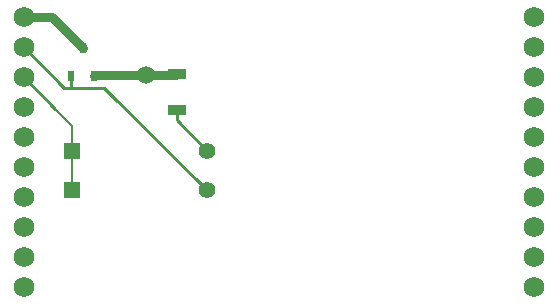
<source format=gbr>
%TF.GenerationSoftware,KiCad,Pcbnew,8.0.8*%
%TF.CreationDate,2025-03-02T21:09:17-05:00*%
%TF.ProjectId,Throttle Latching Module V3.1,5468726f-7474-46c6-9520-4c6174636869,rev?*%
%TF.SameCoordinates,Original*%
%TF.FileFunction,Copper,L1,Top*%
%TF.FilePolarity,Positive*%
%FSLAX46Y46*%
G04 Gerber Fmt 4.6, Leading zero omitted, Abs format (unit mm)*
G04 Created by KiCad (PCBNEW 8.0.8) date 2025-03-02 21:09:17*
%MOMM*%
%LPD*%
G01*
G04 APERTURE LIST*
%TA.AperFunction,SMDPad,CuDef*%
%ADD10R,0.558800X0.863600*%
%TD*%
%TA.AperFunction,ComponentPad*%
%ADD11R,1.397000X1.397000*%
%TD*%
%TA.AperFunction,ComponentPad*%
%ADD12C,1.397000*%
%TD*%
%TA.AperFunction,ComponentPad*%
%ADD13C,1.750000*%
%TD*%
%TA.AperFunction,SMDPad,CuDef*%
%ADD14R,1.600200X0.863600*%
%TD*%
%TA.AperFunction,ViaPad*%
%ADD15C,1.500000*%
%TD*%
%TA.AperFunction,Conductor*%
%ADD16C,0.200000*%
%TD*%
%TA.AperFunction,Conductor*%
%ADD17C,0.250000*%
%TD*%
%TA.AperFunction,Conductor*%
%ADD18C,0.750000*%
%TD*%
G04 APERTURE END LIST*
D10*
%TO.P,U1,1,G*%
%TO.N,Net-(U1-G)*%
X26595000Y-27500000D03*
%TO.P,U1,2,S*%
%TO.N,Net-(D1-A)*%
X28500000Y-27500000D03*
%TO.P,U1,3,D*%
%TO.N,Net-(U1-D)*%
X27547500Y-25112400D03*
%TD*%
D11*
%TO.P,R2,1*%
%TO.N,Net-(J1-Pad3)*%
X26670000Y-37200000D03*
D12*
%TO.P,R2,2*%
%TO.N,Net-(U1-G)*%
X38100000Y-37200000D03*
%TD*%
D13*
%TO.P,J1,1,1*%
%TO.N,Net-(U1-D)*%
X22550000Y-22550000D03*
%TO.P,J1,2,2*%
%TO.N,Net-(U1-G)*%
X22550000Y-25090000D03*
%TO.P,J1,3,3*%
%TO.N,Net-(J1-Pad3)*%
X22550000Y-27630000D03*
%TO.P,J1,4,4*%
%TO.N,Net-(D1-A)*%
X22550000Y-30170000D03*
%TO.P,J1,5,5*%
%TO.N,unconnected-(J1-Pad5)*%
X22550000Y-32710000D03*
%TO.P,J1,6,6*%
%TO.N,unconnected-(J1-Pad6)*%
X22550000Y-35250000D03*
%TO.P,J1,7,7*%
%TO.N,unconnected-(J1-Pad7)*%
X22550000Y-37790000D03*
%TO.P,J1,8,8*%
%TO.N,unconnected-(J1-Pad8)*%
X22550000Y-40330000D03*
%TO.P,J1,9,9*%
%TO.N,unconnected-(J1-Pad9)*%
X22550000Y-42870000D03*
%TO.P,J1,10,10*%
%TO.N,unconnected-(J1-Pad10)*%
X22550000Y-45410000D03*
%TD*%
D14*
%TO.P,D1,1,K*%
%TO.N,Net-(D1-K)*%
X35500000Y-30400000D03*
%TO.P,D1,2,A*%
%TO.N,Net-(D1-A)*%
X35500000Y-27352000D03*
%TD*%
D11*
%TO.P,R1,1*%
%TO.N,Net-(J1-Pad3)*%
X26670000Y-33846800D03*
D12*
%TO.P,R1,2*%
%TO.N,Net-(D1-K)*%
X38100000Y-33846800D03*
%TD*%
D13*
%TO.P,J2,1,1*%
%TO.N,N/C*%
X65730000Y-22550000D03*
%TO.P,J2,2,2*%
X65730000Y-25090000D03*
%TO.P,J2,3,3*%
X65730000Y-27630000D03*
%TO.P,J2,4,4*%
X65730000Y-30170000D03*
%TO.P,J2,5,5*%
X65730000Y-32710000D03*
%TO.P,J2,6,6*%
X65730000Y-35250000D03*
%TO.P,J2,7,7*%
X65730000Y-37790000D03*
%TO.P,J2,8,8*%
X65730000Y-40330000D03*
%TO.P,J2,9,9*%
X65730000Y-42870000D03*
%TO.P,J2,10,10*%
X65730000Y-45410000D03*
%TD*%
D15*
%TO.N,Net-(D1-A)*%
X32900000Y-27400000D03*
%TD*%
D16*
%TO.N,Net-(J1-Pad3)*%
X26670000Y-31750000D02*
X25196500Y-30276500D01*
X26670000Y-33846800D02*
X26670000Y-31750000D01*
X26670000Y-37200000D02*
X26670000Y-33846800D01*
D17*
%TO.N,Net-(U1-G)*%
X29398604Y-28498604D02*
X38100000Y-37200000D01*
X26595000Y-28498604D02*
X29398604Y-28498604D01*
X26595000Y-28498604D02*
X25958604Y-28498604D01*
X25958604Y-28498604D02*
X22550000Y-25090000D01*
D18*
%TO.N,Net-(D1-A)*%
X32600000Y-27400000D02*
X32500000Y-27500000D01*
X32900000Y-27400000D02*
X35452000Y-27400000D01*
X32900000Y-27400000D02*
X32600000Y-27400000D01*
X32900000Y-27400000D02*
X28600000Y-27400000D01*
X28600000Y-27400000D02*
X28500000Y-27500000D01*
X35452000Y-27400000D02*
X35500000Y-27352000D01*
D17*
%TO.N,Net-(D1-K)*%
X35500000Y-30400000D02*
X35500000Y-31246800D01*
X35500000Y-31246800D02*
X38100000Y-33846800D01*
%TO.N,Net-(J1-Pad3)*%
X25196500Y-30276500D02*
X22550000Y-27630000D01*
D18*
%TO.N,Net-(U1-D)*%
X22550000Y-22550000D02*
X24985100Y-22550000D01*
D16*
X22563800Y-22536200D02*
X22550000Y-22550000D01*
D18*
X24985100Y-22550000D02*
X27547500Y-25112400D01*
D17*
%TO.N,Net-(U1-G)*%
X26595000Y-28498604D02*
X26595000Y-27500000D01*
%TD*%
M02*

</source>
